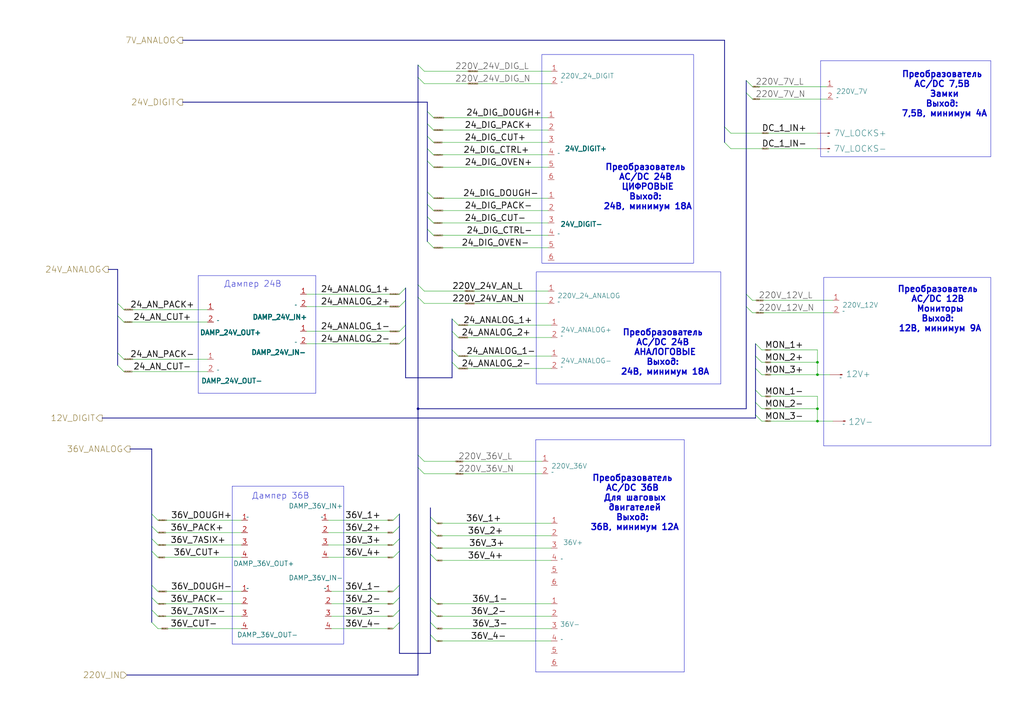
<source format=kicad_sch>
(kicad_sch (version 20231120) (generator "eeschema") (generator_version "8.0")
  (paper "A3")
  (lib_symbols
    (symbol "Connector:Conn_01x01_Pin_(WIDE)" (pin_numbers hide) (pin_names (offset 1.016) hide)
      (property "Reference" "J" (at 0.254 6.604 0))
      (property "Value" "Conn_01x01_Pin_(WIDE)" (at 0 -2.54 0))
      (symbol "Conn_01x01_Pin_(WIDE)_1_1"
        (polyline (pts (xy 1.27 0) (xy 0.8636 0)) (stroke (width 0.1524)))
        (rectangle (start 0.8636 0.127) (end 0 -0.127) (stroke (width 0.1524)) (fill (type outline)))
        (pin passive line (at 5.08 0 180) (length 3.81) (name "Pin_1") (number "1"))
      )
    )
    (symbol "Connector:Conn_01x02_(wide)"
      (property "Reference" "J" (at 0 0 0))
      (symbol "Conn_01x02_(wide)_1_1"
        (pin input line (at -2.54 -5.08 0) (length 2.54) (name "") (number "1"))
        (pin input line (at -2.54 -10.16 0) (length 2.54) (name "") (number "2"))
      )
    )
    (symbol "Connector:Conn_01x04_(wide)"
      (property "Reference" "J" (at 0 0 0))
      (symbol "Conn_01x04_(wide)_1_1"
        (pin input line (at -2.54 -5.08 0) (length 2.54) (name "") (number "1"))
        (pin input line (at -2.54 -10.16 0) (length 2.54) (name "") (number "2"))
        (pin input line (at -2.54 -15.24 0) (length 2.54) (name "") (number "3"))
        (pin input line (at -2.54 -20.32 0) (length 2.54) (name "") (number "4"))
      )
    )
    (symbol "Connector:Conn_01x06_(wide)"
      (property "Reference" "J" (at 0 0 0))
      (symbol "Conn_01x06_(wide)_1_1"
        (pin input line (at -2.54 -5.08 0) (length 2.54) (name "") (number "1"))
        (pin input line (at -2.54 -10.16 0) (length 2.54) (name "") (number "2"))
        (pin input line (at -2.54 -15.24 0) (length 2.54) (name "") (number "3"))
        (pin input line (at -2.54 -20.32 0) (length 2.54) (name "") (number "4"))
        (pin input line (at -2.54 -25.4 0) (length 2.54) (name "") (number "5"))
        (pin input line (at -2.54 -30.48 0) (length 2.54) (name "") (number "6"))
      )
    )
  )
  (junction (at 335.28 153.67))
  (junction (at 335.28 167.64))
  (junction (at 335.28 172.72))
  (junction (at 171.45 167.64))
  (junction (at 335.28 148.59))
  (bus_entry (at 163.83 240.03) (size -2.54 2.54))
  (bus_entry (at 171.45 121.92) (size 2.54 2.54))
  (bus_entry (at 297.18 58.42) (size 2.54 2.54))
  (bus_entry (at 175.26 99.06) (size 2.54 2.54))
  (bus_entry (at 48.26 124.46) (size 2.54 2.54))
  (bus_entry (at 306.07 33.02) (size 2.54 2.54))
  (bus_entry (at 176.53 255.27) (size 2.54 2.54))
  (bus_entry (at 175.26 60.96) (size 2.54 2.54))
  (bus_entry (at 175.26 50.8) (size 2.54 2.54))
  (bus_entry (at 175.26 93.98) (size 2.54 2.54))
  (bus_entry (at 297.18 52.07) (size 2.54 2.54))
  (bus_entry (at 175.26 45.72) (size 2.54 2.54))
  (bus_entry (at 309.88 151.13) (size 2.54 2.54))
  (bus_entry (at 163.83 245.11) (size -2.54 2.54))
  (bus_entry (at 163.83 226.06) (size -2.54 2.54))
  (bus_entry (at 309.88 140.97) (size 2.54 2.54))
  (bus_entry (at 171.45 116.84) (size 2.54 2.54))
  (bus_entry (at 185.42 130.81) (size 2.54 2.54))
  (bus_entry (at 176.53 250.19) (size 2.54 2.54))
  (bus_entry (at 62.23 226.06) (size 2.54 2.54))
  (bus_entry (at 166.37 138.43) (size -2.54 2.54))
  (bus_entry (at 62.23 220.98) (size 2.54 2.54))
  (bus_entry (at 163.83 250.19) (size -2.54 2.54))
  (bus_entry (at 185.42 148.59) (size 2.54 2.54))
  (bus_entry (at 62.23 245.11) (size 2.54 2.54))
  (bus_entry (at 176.53 227.33) (size 2.54 2.54))
  (bus_entry (at 176.53 245.11) (size 2.54 2.54))
  (bus_entry (at 163.83 215.9) (size -2.54 2.54))
  (bus_entry (at 175.26 88.9) (size 2.54 2.54))
  (bus_entry (at 171.45 191.77) (size 2.54 2.54))
  (bus_entry (at 176.53 260.35) (size 2.54 2.54))
  (bus_entry (at 171.45 186.69) (size 2.54 2.54))
  (bus_entry (at 62.23 250.19) (size 2.54 2.54))
  (bus_entry (at 166.37 133.35) (size -2.54 2.54))
  (bus_entry (at 171.45 31.75) (size 2.54 2.54))
  (bus_entry (at 166.37 118.11) (size -2.54 2.54))
  (bus_entry (at 309.88 170.18) (size 2.54 2.54))
  (bus_entry (at 163.83 255.27) (size -2.54 2.54))
  (bus_entry (at 176.53 212.09) (size 2.54 2.54))
  (bus_entry (at 309.88 146.05) (size 2.54 2.54))
  (bus_entry (at 306.07 38.1) (size 2.54 2.54))
  (bus_entry (at 171.45 26.67) (size 2.54 2.54))
  (bus_entry (at 175.26 83.82) (size 2.54 2.54))
  (bus_entry (at 306.07 125.73) (size 2.54 2.54))
  (bus_entry (at 163.83 220.98) (size -2.54 2.54))
  (bus_entry (at 309.88 160.02) (size 2.54 2.54))
  (bus_entry (at 309.88 165.1) (size 2.54 2.54))
  (bus_entry (at 175.26 55.88) (size 2.54 2.54))
  (bus_entry (at 166.37 123.19) (size -2.54 2.54))
  (bus_entry (at 48.26 129.54) (size 2.54 2.54))
  (bus_entry (at 62.23 215.9) (size 2.54 2.54))
  (bus_entry (at 176.53 217.17) (size 2.54 2.54))
  (bus_entry (at 175.26 66.04) (size 2.54 2.54))
  (bus_entry (at 48.26 144.78) (size 2.54 2.54))
  (bus_entry (at 306.07 120.65) (size 2.54 2.54))
  (bus_entry (at 62.23 255.27) (size 2.54 2.54))
  (bus_entry (at 163.83 210.82) (size -2.54 2.54))
  (bus_entry (at 62.23 210.82) (size 2.54 2.54))
  (bus_entry (at 185.42 135.89) (size 2.54 2.54))
  (bus_entry (at 48.26 149.86) (size 2.54 2.54))
  (bus_entry (at 62.23 240.03) (size 2.54 2.54))
  (bus_entry (at 175.26 78.74) (size 2.54 2.54))
  (bus_entry (at 176.53 222.25) (size 2.54 2.54))
  (bus_entry (at 185.42 143.51) (size 2.54 2.54))
  (wire (pts (xy 173.99 194.31) (xy 222.25 194.31)))
  (wire (pts (xy 187.96 138.43) (xy 226.06 138.43)))
  (wire (pts (xy 179.07 214.63) (xy 226.06 214.63)))
  (bus (pts (xy 171.45 167.64) (xy 306.07 167.64)))
  (wire (pts (xy 335.28 172.72) (xy 341.63 172.72)))
  (bus (pts (xy 163.83 215.9) (xy 163.83 220.98)))
  (wire (pts (xy 134.62 213.36) (xy 161.29 213.36)))
  (bus (pts (xy 175.26 93.98) (xy 175.26 99.06)))
  (wire (pts (xy 64.77 223.52) (xy 99.06 223.52)))
  (bus (pts (xy 48.26 124.46) (xy 48.26 129.54)))
  (bus (pts (xy 171.45 31.75) (xy 171.45 116.84)))
  (wire (pts (xy 173.99 119.38) (xy 224.79 119.38)))
  (wire (pts (xy 173.99 29.21) (xy 226.06 29.21)))
  (bus (pts (xy 171.45 191.77) (xy 171.45 276.86)))
  (bus (pts (xy 185.42 135.89) (xy 185.42 143.51)))
  (bus (pts (xy 176.53 208.28) (xy 176.53 212.09)))
  (wire (pts (xy 187.96 146.05) (xy 226.06 146.05)))
  (wire (pts (xy 335.28 148.59) (xy 335.28 143.51)))
  (wire (pts (xy 173.99 189.23) (xy 222.25 189.23)))
  (bus (pts (xy 163.83 220.98) (xy 163.83 226.06)))
  (bus (pts (xy 306.07 125.73) (xy 306.07 167.64)))
  (bus (pts (xy 166.37 118.11) (xy 166.37 123.19)))
  (wire (pts (xy 64.77 257.81) (xy 99.06 257.81)))
  (bus (pts (xy 163.83 245.11) (xy 163.83 250.19)))
  (wire (pts (xy 299.72 60.96) (xy 335.28 60.96)))
  (wire (pts (xy 135.89 257.81) (xy 161.29 257.81)))
  (bus (pts (xy 297.18 52.07) (xy 297.18 58.42)))
  (wire (pts (xy 308.61 123.19) (xy 341.63 123.19)))
  (wire (pts (xy 50.8 147.32) (xy 85.09 147.32)))
  (bus (pts (xy 166.37 154.94) (xy 185.42 154.94)))
  (wire (pts (xy 64.77 252.73) (xy 99.06 252.73)))
  (wire (pts (xy 177.8 91.44) (xy 224.79 91.44)))
  (bus (pts (xy 176.53 212.09) (xy 176.53 217.17)))
  (bus (pts (xy 74.93 16.51) (xy 297.18 16.51)))
  (bus (pts (xy 48.26 124.46) (xy 48.26 110.49)))
  (bus (pts (xy 62.23 245.11) (xy 62.23 250.19)))
  (bus (pts (xy 53.34 184.15) (xy 62.23 184.15)))
  (wire (pts (xy 125.73 125.73) (xy 163.83 125.73)))
  (bus (pts (xy 176.53 222.25) (xy 176.53 227.33)))
  (wire (pts (xy 335.28 162.56) (xy 312.42 162.56)))
  (bus (pts (xy 176.53 250.19) (xy 176.53 255.27)))
  (wire (pts (xy 64.77 228.6) (xy 99.06 228.6)))
  (bus (pts (xy 62.23 226.06) (xy 62.23 240.03)))
  (wire (pts (xy 179.07 262.89) (xy 226.06 262.89)))
  (bus (pts (xy 175.26 60.96) (xy 175.26 66.04)))
  (bus (pts (xy 166.37 133.35) (xy 166.37 138.43)))
  (wire (pts (xy 64.77 218.44) (xy 99.06 218.44)))
  (bus (pts (xy 185.42 154.94) (xy 185.42 148.59)))
  (bus (pts (xy 185.42 143.51) (xy 185.42 148.59)))
  (wire (pts (xy 335.28 143.51) (xy 312.42 143.51)))
  (bus (pts (xy 309.88 140.97) (xy 309.88 146.05)))
  (bus (pts (xy 163.83 240.03) (xy 163.83 245.11)))
  (wire (pts (xy 308.61 40.64) (xy 339.09 40.64)))
  (wire (pts (xy 179.07 252.73) (xy 226.06 252.73)))
  (wire (pts (xy 134.62 218.44) (xy 161.29 218.44)))
  (bus (pts (xy 74.93 41.91) (xy 175.26 41.91)))
  (wire (pts (xy 308.61 35.56) (xy 339.09 35.56)))
  (wire (pts (xy 335.28 153.67) (xy 335.28 148.59)))
  (bus (pts (xy 175.26 88.9) (xy 175.26 93.98)))
  (bus (pts (xy 175.26 83.82) (xy 175.26 88.9)))
  (wire (pts (xy 308.61 128.27) (xy 341.63 128.27)))
  (bus (pts (xy 175.26 50.8) (xy 175.26 55.88)))
  (bus (pts (xy 163.83 255.27) (xy 163.83 267.97)))
  (bus (pts (xy 306.07 125.73) (xy 306.07 120.65)))
  (wire (pts (xy 125.73 140.97) (xy 163.83 140.97)))
  (bus (pts (xy 48.26 129.54) (xy 48.26 144.78)))
  (bus (pts (xy 297.18 16.51) (xy 297.18 52.07)))
  (wire (pts (xy 177.8 81.28) (xy 224.79 81.28)))
  (bus (pts (xy 176.53 217.17) (xy 176.53 222.25)))
  (wire (pts (xy 135.89 247.65) (xy 161.29 247.65)))
  (bus (pts (xy 185.42 130.81) (xy 185.42 135.89)))
  (wire (pts (xy 64.77 213.36) (xy 99.06 213.36)))
  (wire (pts (xy 125.73 120.65) (xy 163.83 120.65)))
  (bus (pts (xy 309.88 160.02) (xy 309.88 165.1)))
  (bus (pts (xy 175.26 45.72) (xy 175.26 50.8)))
  (wire (pts (xy 312.42 153.67) (xy 335.28 153.67)))
  (wire (pts (xy 50.8 127) (xy 85.09 127)))
  (wire (pts (xy 224.79 124.46) (xy 173.99 124.46)))
  (bus (pts (xy 175.26 41.91) (xy 175.26 45.72)))
  (wire (pts (xy 179.07 229.87) (xy 226.06 229.87)))
  (bus (pts (xy 166.37 123.19) (xy 166.37 133.35)))
  (wire (pts (xy 125.73 135.89) (xy 163.83 135.89)))
  (wire (pts (xy 177.8 86.36) (xy 224.79 86.36)))
  (bus (pts (xy 176.53 267.97) (xy 176.53 260.35)))
  (wire (pts (xy 312.42 148.59) (xy 335.28 148.59)))
  (wire (pts (xy 179.07 224.79) (xy 226.06 224.79)))
  (bus (pts (xy 163.83 250.19) (xy 163.83 255.27)))
  (bus (pts (xy 171.45 167.64) (xy 171.45 186.69)))
  (wire (pts (xy 177.8 63.5) (xy 224.79 63.5)))
  (bus (pts (xy 176.53 255.27) (xy 176.53 260.35)))
  (bus (pts (xy 176.53 227.33) (xy 176.53 245.11)))
  (wire (pts (xy 179.07 219.71) (xy 226.06 219.71)))
  (wire (pts (xy 177.8 68.58) (xy 224.79 68.58)))
  (bus (pts (xy 306.07 33.02) (xy 306.07 38.1)))
  (bus (pts (xy 163.83 267.97) (xy 176.53 267.97)))
  (bus (pts (xy 166.37 138.43) (xy 166.37 154.94)))
  (wire (pts (xy 134.62 228.6) (xy 161.29 228.6)))
  (wire (pts (xy 187.96 133.35) (xy 226.06 133.35)))
  (bus (pts (xy 171.45 116.84) (xy 171.45 121.92)))
  (bus (pts (xy 175.26 66.04) (xy 175.26 78.74)))
  (wire (pts (xy 312.42 172.72) (xy 335.28 172.72)))
  (bus (pts (xy 163.83 210.82) (xy 163.83 215.9)))
  (bus (pts (xy 62.23 250.19) (xy 62.23 255.27)))
  (bus (pts (xy 44.45 110.49) (xy 48.26 110.49)))
  (wire (pts (xy 312.42 167.64) (xy 335.28 167.64)))
  (bus (pts (xy 62.23 215.9) (xy 62.23 220.98)))
  (wire (pts (xy 299.72 54.61) (xy 335.28 54.61)))
  (bus (pts (xy 176.53 245.11) (xy 176.53 250.19)))
  (wire (pts (xy 177.8 48.26) (xy 224.79 48.26)))
  (bus (pts (xy 309.88 160.02) (xy 309.88 151.13)))
  (bus (pts (xy 62.23 240.03) (xy 62.23 245.11)))
  (wire (pts (xy 135.89 242.57) (xy 161.29 242.57)))
  (bus (pts (xy 62.23 215.9) (xy 62.23 210.82)))
  (wire (pts (xy 335.28 172.72) (xy 335.28 167.64)))
  (wire (pts (xy 335.28 167.64) (xy 335.28 162.56)))
  (bus (pts (xy 171.45 276.86) (xy 52.07 276.86)))
  (wire (pts (xy 135.89 252.73) (xy 161.29 252.73)))
  (bus (pts (xy 306.07 38.1) (xy 306.07 120.65)))
  (bus (pts (xy 171.45 26.67) (xy 171.45 31.75)))
  (bus (pts (xy 175.26 78.74) (xy 175.26 83.82)))
  (bus (pts (xy 309.88 151.13) (xy 309.88 146.05)))
  (wire (pts (xy 179.07 247.65) (xy 226.06 247.65)))
  (wire (pts (xy 335.28 153.67) (xy 340.36 153.67)))
  (wire (pts (xy 177.8 53.34) (xy 224.79 53.34)))
  (bus (pts (xy 171.45 186.69) (xy 171.45 191.77)))
  (bus (pts (xy 309.88 170.18) (xy 309.88 165.1)))
  (wire (pts (xy 134.62 223.52) (xy 161.29 223.52)))
  (bus (pts (xy 175.26 55.88) (xy 175.26 60.96)))
  (wire (pts (xy 173.99 34.29) (xy 226.06 34.29)))
  (bus (pts (xy 41.91 171.45) (xy 309.88 171.45)))
  (wire (pts (xy 64.77 247.65) (xy 99.06 247.65)))
  (bus (pts (xy 62.23 210.82) (xy 62.23 184.15)))
  (wire (pts (xy 179.07 257.81) (xy 226.06 257.81)))
  (bus (pts (xy 171.45 121.92) (xy 171.45 167.64)))
  (wire (pts (xy 187.96 151.13) (xy 226.06 151.13)))
  (bus (pts (xy 62.23 220.98) (xy 62.23 226.06)))
  (wire (pts (xy 64.77 242.57) (xy 99.06 242.57)))
  (wire (pts (xy 177.8 96.52) (xy 224.79 96.52)))
  (wire (pts (xy 50.8 132.08) (xy 85.09 132.08)))
  (wire (pts (xy 50.8 152.4) (xy 85.09 152.4)))
  (bus (pts (xy 48.26 144.78) (xy 48.26 149.86)))
  (wire (pts (xy 177.8 58.42) (xy 224.79 58.42)))
  (bus (pts (xy 309.88 171.45) (xy 309.88 170.18)))
  (bus (pts (xy 163.83 226.06) (xy 163.83 240.03)))
  (wire (pts (xy 177.8 101.6) (xy 224.79 101.6)))
  (rectangle (start 81.28 113.03) (end 129.54 161.29))
  (rectangle (start 219.964 111.506) (end 295.656 157.48))
  (rectangle (start 222.25 22.352) (end 284.48 107.95))
  (rectangle (start 336.55 24.892) (end 406.4 64.262))
  (rectangle (start 219.71 180.34) (end 280.67 275.59))
  (rectangle (start 95.25 199.39) (end 140.97 264.16))
  (rectangle (start 337.82 113.792) (end 406.4 182.88))
  (text "Преобразователь \nAC/DC 24В \nЦИФРОВЫЕ\nВыход: \n24В, минимум 18А" (at 265.684 76.708 0) (effects (font (size 2.5 2.5) (thickness 0.5) (bold yes))))
  (text "Дампер 24В" (at 103.632 116.586 0) (effects (font (size 2.5 2.5))))
  (text "Преобразователь \nAC/DC 7,5В \nЗамки\nВыход: \n7,5В, минимум 4А" (at 387.35 38.608 0) (effects (font (size 2.5 2.5) (thickness 0.5) (bold yes))))
  (text "Дампер 36В" (at 115.062 203.454 0) (effects (font (size 2.5 2.5))))
  (text "Преобразователь \nAC/DC 12В \nМониторы\nВыход: \n12В, минимум 9А" (at 385.572 126.746 0) (effects (font (size 2.5 2.5) (thickness 0.5) (bold yes))))
  (text "Преобразователь \nAC/DC 24В \nАНАЛОГОВЫЕ\nВыход: \n24В, минимум 18А" (at 272.796 144.526 0) (effects (font (size 2.5 2.5) (thickness 0.5) (bold yes))))
  (text "Преобразователь \nAC/DC 36В \nДля шаговых\nдвигателей\nВыход: \n36В, минимум 12А" (at 260.35 206.248 0) (effects (font (size 2.5 2.5) (thickness 0.5) (bold yes))))
  (label "24_DIG_PACK+" (at 190.5 53.34 0) (effects (font (size 2.5 2.5) (thickness 0.3125))))
  (label "36V_2-" (at 156.21 247.65 180) (effects (font (size 2.5 2.5) (thickness 0.3125))))
  (label "24_DIG_OVEN-" (at 217.17 101.6 180) (effects (font (size 2.5 2.5) (thickness 0.3125))))
  (label "36V_DOUGH-" (at 95.25 242.57 180) (effects (font (size 2.5 2.5) (thickness 0.3125))))
  (label "220V_24V_AN_N" (at 185.42 124.46 0) (effects (font (size 2.5 2.5) (thickness 0.3125))))
  (label "220V_36V_N" (at 187.96 194.31 0) (effects (font (size 2.5 2.5))))
  (label "220V_24V_DIG_L" (at 186.69 29.21 0) (effects (font (size 2.5 2.5))))
  (label "220V_7V_L" (at 309.88 35.56 0) (effects (font (size 2.5 2.5))))
  (label "24_ANALOG_2+" (at 189.23 138.43 0) (effects (font (size 2.5 2.5) (thickness 0.3125))))
  (label "36V_3+" (at 156.21 223.52 180) (effects (font (size 2.5 2.5) (thickness 0.3125))))
  (label "36V_PACK+" (at 69.85 218.44 0) (effects (font (size 2.5 2.5) (thickness 0.3125))))
  (label "36V_2-" (at 193.04 252.73 0) (effects (font (size 2.5 2.5) (thickness 0.3125))))
  (label "24_DIG_CTRL+" (at 217.17 63.5 180) (effects (font (size 2.5 2.5) (thickness 0.3125))))
  (label "36V_1-" (at 208.28 247.65 180) (effects (font (size 2.5 2.5) (thickness 0.3125))))
  (label "36V_3-" (at 208.28 257.81 180) (effects (font (size 2.5 2.5) (thickness 0.3125))))
  (label "24_DIG_CUT+" (at 190.5 58.42 0) (effects (font (size 2.5 2.5) (thickness 0.3125))))
  (label "MON_3-" (at 313.69 172.72 0) (effects (font (size 2.5 2.5) (thickness 0.3125))))
  (label "220V_7V_N" (at 309.88 40.64 0) (effects (font (size 2.5 2.5))))
  (label "24_AN_PACK+" (at 53.34 127 0) (effects (font (size 2.5 2.5) (thickness 0.3125))))
  (label "24_ANALOG_1+" (at 160.02 120.65 180) (effects (font (size 2.5 2.5) (thickness 0.3125))))
  (label "36V_4+" (at 191.77 229.87 0) (effects (font (size 2.5 2.5) (thickness 0.3125))))
  (label "24_ANALOG_2-" (at 189.23 151.13 0) (effects (font (size 2.5 2.5) (thickness 0.3125))))
  (label "36V_4-" (at 156.21 257.81 180) (effects (font (size 2.5 2.5) (thickness 0.3125))))
  (label "24_DIG_DOUGH+" (at 222.25 48.26 180) (effects (font (size 2.5 2.5) (thickness 0.3125))))
  (label "24_AN_CUT-" (at 54.61 152.4 0) (effects (font (size 2.5 2.5) (thickness 0.3125))))
  (label "36V_CUT-" (at 69.85 257.81 0) (effects (font (size 2.5 2.5) (thickness 0.3125))))
  (label "36V_4+" (at 156.21 228.6 180) (effects (font (size 2.5 2.5) (thickness 0.3125))))
  (label "DC_1_IN-" (at 312.42 60.96 0) (effects (font (size 2.5 2.5) (thickness 0.3125))))
  (label "24_DIG_CTRL-" (at 218.44 96.52 180) (effects (font (size 2.5 2.5) (thickness 0.3125))))
  (label "24_DIG_OVEN+" (at 218.44 68.58 180) (effects (font (size 2.5 2.5) (thickness 0.3125))))
  (label "36V_7ASIX-" (at 69.85 252.73 0) (effects (font (size 2.5 2.5) (thickness 0.3125))))
  (label "36V_3+" (at 207.01 224.79 180) (effects (font (size 2.5 2.5) (thickness 0.3125))))
  (label "24_ANALOG_1+" (at 218.44 133.35 180) (effects (font (size 2.5 2.5) (thickness 0.3125))))
  (label "36V_2+" (at 156.21 218.44 180) (effects (font (size 2.5 2.5) (thickness 0.3125))))
  (label "220V_36V_L" (at 187.96 189.23 0) (effects (font (size 2.5 2.5))))
  (label "MON_1+" (at 313.69 143.51 0) (effects (font (size 2.5 2.5) (thickness 0.3125))))
  (label "24_DIG_CUT-" (at 190.5 91.44 0) (effects (font (size 2.5 2.5) (thickness 0.3125))))
  (label "220V_12V_N" (at 311.15 128.27 0) (effects (font (size 2.5 2.5))))
  (label "36V_2+" (at 191.77 219.71 0) (effects (font (size 2.5 2.5) (thickness 0.3125))))
  (label "36V_4-" (at 193.04 262.89 0) (effects (font (size 2.5 2.5) (thickness 0.3125))))
  (label "24_ANALOG_2-" (at 160.02 140.97 180) (effects (font (size 2.5 2.5) (thickness 0.3125))))
  (label "36V_DOUGH+" (at 95.25 213.36 180) (effects (font (size 2.5 2.5) (thickness 0.3125))))
  (label "24_DIG_DOUGH-" (at 220.98 81.28 180) (effects (font (size 2.5 2.5) (thickness 0.3125))))
  (label "36V_1+" (at 205.74 214.63 180) (effects (font (size 2.5 2.5) (thickness 0.3125))))
  (label "24_AN_CUT+" (at 54.61 132.08 0) (effects (font (size 2.5 2.5) (thickness 0.3125))))
  (label "24_AN_PACK-" (at 53.34 147.32 0) (effects (font (size 2.5 2.5) (thickness 0.3125))))
  (label "36V_3-" (at 156.21 252.73 180) (effects (font (size 2.5 2.5) (thickness 0.3125))))
  (label "24_DIG_PACK-" (at 190.5 86.36 0) (effects (font (size 2.5 2.5) (thickness 0.3125))))
  (label "36V_7ASIX+" (at 69.85 223.52 0) (effects (font (size 2.5 2.5) (thickness 0.3125))))
  (label "220V_12V_L" (at 311.15 123.19 0) (effects (font (size 2.5 2.5))))
  (label "220V_24V_DIG_N" (at 186.69 34.29 0) (effects (font (size 2.5 2.5))))
  (label "36V_1+" (at 156.21 213.36 180) (effects (font (size 2.5 2.5) (thickness 0.3125))))
  (label "36V_CUT+" (at 71.12 228.6 0) (effects (font (size 2.5 2.5) (thickness 0.3125))))
  (label "36V_PACK-" (at 69.85 247.65 0) (effects (font (size 2.5 2.5) (thickness 0.3125))))
  (label "24_ANALOG_2+" (at 160.02 125.73 180) (effects (font (size 2.5 2.5) (thickness 0.3125))))
  (label "MON_3+" (at 313.69 153.67 0) (effects (font (size 2.5 2.5) (thickness 0.3125))))
  (label "MON_2-" (at 313.69 167.64 0) (effects (font (size 2.5 2.5) (thickness 0.3125))))
  (label "24_ANALOG_1-" (at 219.71 146.05 180) (effects (font (size 2.5 2.5) (thickness 0.3125))))
  (label "MON_1-" (at 313.69 162.56 0) (effects (font (size 2.5 2.5) (thickness 0.3125))))
  (label "24_ANALOG_1-" (at 160.02 135.89 180) (effects (font (size 2.5 2.5) (thickness 0.3125))))
  (label "DC_1_IN+" (at 312.42 54.61 0) (effects (font (size 2.5 2.5) (thickness 0.3125))))
  (label "MON_2+" (at 313.69 148.59 0) (effects (font (size 2.5 2.5) (thickness 0.3125))))
  (label "220V_24V_AN_L" (at 185.42 119.38 0) (effects (font (size 2.5 2.5) (thickness 0.3125))))
  (label "36V_1-" (at 156.21 242.57 180) (effects (font (size 2.5 2.5) (thickness 0.3125))))
  (global_label "36V_1-" (shape input) (at 179.07 247.65 0) (effects (font (size 0.3 0.3))) (property "Intersheetrefs" "${INTERSHEET_REFS}" (effects (hide yes))))
  (global_label "220V_12V_L" (shape input) (at 309.88 123.19 0) (effects (font (size 0.3 0.3))) (property "Intersheetrefs" "${INTERSHEET_REFS}" (effects (hide yes))))
  (global_label "24_ANALOG_1+" (shape input) (at 163.83 120.65 180) (effects (font (size 0.3 0.3))) (property "Intersheetrefs" "${INTERSHEET_REFS}" (effects (hide yes))))
  (global_label "220V_12V_N" (shape input) (at 309.88 128.27 0) (effects (font (size 0.3 0.3))) (property "Intersheetrefs" "${INTERSHEET_REFS}" (effects (hide yes))))
  (global_label "MON_2-" (shape input) (at 313.69 167.64 0) (effects (font (size 0.3 0.3))) (property "Intersheetrefs" "${INTERSHEET_REFS}" (effects (hide yes))))
  (global_label "24_DIG_OVEN-" (shape input) (at 177.8 101.6 0) (effects (font (size 0.3 0.3))) (property "Intersheetrefs" "${INTERSHEET_REFS}" (effects (hide yes))))
  (global_label "36V_PACK+" (shape input) (at 64.77 218.44 0) (effects (font (size 0.3 0.3))) (property "Intersheetrefs" "${INTERSHEET_REFS}" (effects (hide yes))))
  (global_label "24_AN_CUT-" (shape input) (at 50.8 152.4 0) (effects (font (size 0.3 0.3))) (property "Intersheetrefs" "${INTERSHEET_REFS}" (effects (hide yes))))
  (global_label "24_ANALOG_2+" (shape input) (at 187.96 138.43 0) (effects (font (size 0.3 0.3))) (property "Intersheetrefs" "${INTERSHEET_REFS}" (effects (hide yes))))
  (global_label "220V_36V_N" (shape input) (at 186.69 194.31 0) (effects (font (size 0.3 0.3))) (property "Intersheetrefs" "${INTERSHEET_REFS}" (effects (hide yes))))
  (global_label "36V_7ASIX+" (shape input) (at 64.77 223.52 0) (effects (font (size 0.3 0.3))) (property "Intersheetrefs" "${INTERSHEET_REFS}" (effects (hide yes))))
  (global_label "220V_7V_L" (shape input) (at 308.61 35.56 0) (effects (font (size 0.3 0.3))) (property "Intersheetrefs" "${INTERSHEET_REFS}" (effects (hide yes))))
  (global_label "220V_24V_DIG_L" (shape input) (at 191.77 29.21 0) (effects (font (size 0.3 0.3))) (property "Intersheetrefs" "${INTERSHEET_REFS}" (effects (hide yes))))
  (global_label "24_AN_PACK-" (shape input) (at 50.8 147.32 0) (effects (font (size 0.3 0.3))) (property "Intersheetrefs" "${INTERSHEET_REFS}" (effects (hide yes))))
  (global_label "36V_3-" (shape input) (at 179.07 257.81 0) (effects (font (size 0.3 0.3))) (property "Intersheetrefs" "${INTERSHEET_REFS}" (effects (hide yes))))
  (global_label "36V_4+" (shape input) (at 179.07 229.87 0) (effects (font (size 0.3 0.3))) (property "Intersheetrefs" "${INTERSHEET_REFS}" (effects (hide yes))))
  (global_label "36V_DOUGH-" (shape input) (at 64.77 242.57 0) (effects (font (size 0.3 0.3))) (property "Intersheetrefs" "${INTERSHEET_REFS}" (effects (hide yes))))
  (global_label "220V_24V_DIG_N" (shape input) (at 191.77 34.29 0) (effects (font (size 0.3 0.3))) (property "Intersheetrefs" "${INTERSHEET_REFS}" (effects (hide yes))))
  (global_label "36V_7ASIX-" (shape input) (at 64.77 252.73 0) (effects (font (size 0.3 0.3))) (property "Intersheetrefs" "${INTERSHEET_REFS}" (effects (hide yes))))
  (global_label "36V_3-" (shape input) (at 161.29 252.73 180) (effects (font (size 0.3 0.3))) (property "Intersheetrefs" "${INTERSHEET_REFS}" (effects (hide yes))))
  (global_label "MON_1+" (shape input) (at 313.69 143.51 0) (effects (font (size 0.3 0.3))) (property "Intersheetrefs" "${INTERSHEET_REFS}" (effects (hide yes))))
  (global_label "24_DIG_CUT-" (shape input) (at 177.8 91.44 0) (effects (font (size 0.3 0.3))) (property "Intersheetrefs" "${INTERSHEET_REFS}" (effects (hide yes))))
  (global_label "36V_1+" (shape input) (at 161.29 213.36 180) (effects (font (size 0.3 0.3))) (property "Intersheetrefs" "${INTERSHEET_REFS}" (effects (hide yes))))
  (global_label "24_DIG_CTRL+" (shape input) (at 177.8 63.5 0) (effects (font (size 0.3 0.3))) (property "Intersheetrefs" "${INTERSHEET_REFS}" (effects (hide yes))))
  (global_label "24_DIG_DOUGH+" (shape input) (at 177.8 48.26 0) (effects (font (size 0.3 0.3))) (property "Intersheetrefs" "${INTERSHEET_REFS}" (effects (hide yes))))
  (global_label "36V_1+" (shape input) (at 179.07 214.63 0) (effects (font (size 0.3 0.3))) (property "Intersheetrefs" "${INTERSHEET_REFS}" (effects (hide yes))))
  (global_label "36V_4-" (shape input) (at 179.07 262.89 0) (effects (font (size 0.3 0.3))) (property "Intersheetrefs" "${INTERSHEET_REFS}" (effects (hide yes))))
  (global_label "36V_PACK-" (shape input) (at 64.77 247.65 0) (effects (font (size 0.3 0.3))) (property "Intersheetrefs" "${INTERSHEET_REFS}" (effects (hide yes))))
  (global_label "DC_1_IN+" (shape input) (at 312.42 54.61 0) (effects (font (size 0.3 0.3))) (property "Intersheetrefs" "${INTERSHEET_REFS}" (effects (hide yes))))
  (global_label "MON_1-" (shape input) (at 313.69 162.56 0) (effects (font (size 0.3 0.3))) (property "Intersheetrefs" "${INTERSHEET_REFS}" (effects (hide yes))))
  (global_label "24_ANALOG_1-" (shape input) (at 187.96 146.05 0) (effects (font (size 0.3 0.3))) (property "Intersheetrefs" "${INTERSHEET_REFS}" (effects (hide yes))))
  (global_label "DC_1_IN-" (shape input) (at 312.42 60.96 0) (effects (font (size 0.3 0.3))) (property "Intersheetrefs" "${INTERSHEET_REFS}" (effects (hide yes))))
  (global_label "24_DIG_OVEN+" (shape input) (at 177.8 68.58 0) (effects (font (size 0.3 0.3))) (property "Intersheetrefs" "${INTERSHEET_REFS}" (effects (hide yes))))
  (global_label "24_DIG_PACK-" (shape input) (at 177.8 86.36 0) (effects (font (size 0.3 0.3))) (property "Intersheetrefs" "${INTERSHEET_REFS}" (effects (hide yes))))
  (global_label "36V_3+" (shape input) (at 161.29 223.52 180) (effects (font (size 0.3 0.3))) (property "Intersheetrefs" "${INTERSHEET_REFS}" (effects (hide yes))))
  (global_label "24_DIG_CUT+" (shape input) (at 177.8 58.42 0) (effects (font (size 0.3 0.3))) (property "Intersheetrefs" "${INTERSHEET_REFS}" (effects (hide yes))))
  (global_label "24_AN_PACK+" (shape input) (at 50.8 127 0) (effects (font (size 0.3 0.3))) (property "Intersheetrefs" "${INTERSHEET_REFS}" (effects (hide yes))))
  (global_label "24_ANALOG_2-" (shape input) (at 187.96 151.13 0) (effects (font (size 0.3 0.3))) (property "Intersheetrefs" "${INTERSHEET_REFS}" (effects (hide yes))))
  (global_label "MON_2+" (shape input) (at 313.69 148.59 0) (effects (font (size 0.3 0.3))) (property "Intersheetrefs" "${INTERSHEET_REFS}" (effects (hide yes))))
  (global_label "36V_DOUGH+" (shape input) (at 64.77 213.36 0) (effects (font (size 0.3 0.3))) (property "Intersheetrefs" "${INTERSHEET_REFS}" (effects (hide yes))))
  (global_label "36V_CUT-" (shape input) (at 66.04 257.81 0) (effects (font (size 0.3 0.3))) (property "Intersheetrefs" "${INTERSHEET_REFS}" (effects (hide yes))))
  (global_label "24_DIG_CTRL-" (shape input) (at 177.8 96.52 0) (effects (font (size 0.3 0.3))) (property "Intersheetrefs" "${INTERSHEET_REFS}" (effects (hide yes))))
  (global_label "36V_4+" (shape input) (at 161.29 228.6 180) (effects (font (size 0.3 0.3))) (property "Intersheetrefs" "${INTERSHEET_REFS}" (effects (hide yes))))
  (global_label "220V_24V_AN_N" (shape input) (at 190.5 124.46 0) (effects (font (size 0.3 0.3))) (property "Intersheetrefs" "${INTERSHEET_REFS}" (effects (hide yes))))
  (global_label "MON_3-" (shape input) (at 313.69 172.72 0) (effects (font (size 0.3 0.3))) (property "Intersheetrefs" "${INTERSHEET_REFS}" (effects (hide yes))))
  (global_label "220V_24V_AN_L" (shape input) (at 190.5 119.38 0) (effects (font (size 0.3 0.3))) (property "Intersheetrefs" "${INTERSHEET_REFS}" (effects (hide yes))))
  (global_label "36V_2-" (shape input) (at 179.07 252.73 0) (effects (font (size 0.3 0.3))) (property "Intersheetrefs" "${INTERSHEET_REFS}" (effects (hide yes))))
  (global_label "220V_36V_L" (shape input) (at 186.69 189.23 0) (effects (font (size 0.3 0.3))) (property "Intersheetrefs" "${INTERSHEET_REFS}" (effects (hide yes))))
  (global_label "24_DIG_DOUGH-" (shape input) (at 177.8 81.28 0) (effects (font (size 0.3 0.3))) (property "Intersheetrefs" "${INTERSHEET_REFS}" (effects (hide yes))))
  (global_label "24_AN_CUT+" (shape input) (at 50.8 132.08 0) (effects (font (size 0.3 0.3))) (property "Intersheetrefs" "${INTERSHEET_REFS}" (effects (hide yes))))
  (global_label "24_DIG_PACK+" (shape input) (at 177.8 53.34 0) (effects (font (size 0.3 0.3))) (property "Intersheetrefs" "${INTERSHEET_REFS}" (effects (hide yes))))
  (global_label "36V_CUT+" (shape input) (at 64.77 228.6 0) (effects (font (size 0.3 0.3))) (property "Intersheetrefs" "${INTERSHEET_REFS}" (effects (hide yes))))
  (global_label "220V_7V_N" (shape input) (at 308.61 40.64 0) (effects (font (size 0.3 0.3))) (property "Intersheetrefs" "${INTERSHEET_REFS}" (effects (hide yes))))
  (global_label "36V_2+" (shape input) (at 179.07 219.71 0) (effects (font (size 0.3 0.3))) (property "Intersheetrefs" "${INTERSHEET_REFS}" (effects (hide yes))))
  (global_label "36V_1-" (shape input) (at 161.29 242.57 180) (effects (font (size 0.3 0.3))) (property "Intersheetrefs" "${INTERSHEET_REFS}" (effects (hide yes))))
  (global_label "24_ANALOG_1-" (shape input) (at 163.83 135.89 180) (effects (font (size 0.3 0.3))) (property "Intersheetrefs" "${INTERSHEET_REFS}" (effects (hide yes))))
  (global_label "36V_3+" (shape input) (at 179.07 224.79 0) (effects (font (size 0.3 0.3))) (property "Intersheetrefs" "${INTERSHEET_REFS}" (effects (hide yes))))
  (global_label "36V_4-" (shape input) (at 161.29 257.81 180) (effects (font (size 0.3 0.3))) (property "Intersheetrefs" "${INTERSHEET_REFS}" (effects (hide yes))))
  (global_label "36V_2-" (shape input) (at 161.29 247.65 180) (effects (font (size 0.3 0.3))) (property "Intersheetrefs" "${INTERSHEET_REFS}" (effects (hide yes))))
  (global_label "36V_2+" (shape input) (at 161.29 218.44 180) (effects (font (size 0.3 0.3))) (property "Intersheetrefs" "${INTERSHEET_REFS}" (effects (hide yes))))
  (global_label "MON_3+" (shape input) (at 313.69 153.67 0) (effects (font (size 0.3 0.3))) (property "Intersheetrefs" "${INTERSHEET_REFS}" (effects (hide yes))))
  (global_label "24_ANALOG_2-" (shape input) (at 163.83 140.97 180) (effects (font (size 0.3 0.3))) (property "Intersheetrefs" "${INTERSHEET_REFS}" (effects (hide yes))))
  (global_label "24_ANALOG_2+" (shape input) (at 163.83 125.73 180) (effects (font (size 0.3 0.3))) (property "Intersheetrefs" "${INTERSHEET_REFS}" (effects (hide yes))))
  (global_label "24_ANALOG_1+" (shape input) (at 187.96 133.35 0) (effects (font (size 0.3 0.3))) (property "Intersheetrefs" "${INTERSHEET_REFS}" (effects (hide yes))))
  (hierarchical_label "7V_ANALOG" (shape output) (at 74.93 16.51 180) (effects (font (size 2.5 2.5))))
  (hierarchical_label "220V_IN" (shape input) (at 52.07 276.86 180) (effects (font (size 2.5 2.5))))
  (hierarchical_label "12V_DIGIT" (shape output) (at 41.91 171.45 180) (effects (font (size 2.5 2.5))))
  (hierarchical_label "24V_ANALOG" (shape output) (at 44.45 110.49 180) (effects (font (size 2.5 2.5))))
  (hierarchical_label "36V_ANALOG" (shape output) (at 53.34 184.15 180) (effects (font (size 2.5 2.5))))
  (hierarchical_label "24V_DIGIT" (shape output) (at 74.93 41.91 180) (effects (font (size 2.5 2.5))))
  (symbol (lib_id "Connector:Conn_01x04_(wide)") (at 101.6 208.28 0) (unit 1)
    (property "Reference" "DAMP_36V_OUT+" (at 108.204 231.14 0) (effects (font (size 2 2))))
    (property "Value" "~" (at 101.6 212.09 0))
  )
  (symbol (lib_id "Connector:Conn_01x02_(wide)") (at 87.63 142.24 0) (unit 1)
    (property "Reference" "DAMP_24V_OUT-" (at 82.296 156.21 0) (effects (font (size 2 2) (thickness 0.4) (bold yes)) (justify left)))
    (property "Value" "~" (at 88.9 151.765 0) (effects (justify left)))
  )
  (symbol (lib_id "Connector:Conn_01x06_(wide)") (at 228.6 209.55 0) (unit 1)
    (property "Reference" "36V+" (at 230.886 222.504 0) (effects (font (size 2 2)) (justify left)))
    (property "Value" "~" (at 229.87 229.235 0) (effects (justify left)))
  )
  (symbol (lib_id "Connector:Conn_01x02_(wide)") (at 123.19 115.57 0) (mirror y) (unit 1)
    (property "Reference" "DAMP_24V_IN+" (at 126.238 130.048 0) (effects (font (size 2 2) (thickness 0.4) (bold yes)) (justify left)))
    (property "Value" "~" (at 121.92 125.095 0) (effects (justify left)))
  )
  (symbol (lib_id "Connector:Conn_01x04_(wide)") (at 101.6 237.49 0) (unit 1)
    (property "Reference" "DAMP_36V_OUT-" (at 109.728 260.35 0) (effects (font (size 2 2))))
    (property "Value" "~" (at 101.6 241.3 0))
  )
  (symbol (lib_id "Connector:Conn_01x04_(wide)") (at 133.35 237.49 0) (mirror y) (unit 1)
    (property "Reference" "DAMP_36V_IN-" (at 129.54 236.982 0) (effects (font (size 2 2))))
    (property "Value" "~" (at 133.35 241.3 0))
  )
  (symbol (lib_id "Connector:Conn_01x06_(wide)") (at 228.6 242.57 0) (unit 1)
    (property "Reference" "36V-" (at 229.616 256.032 0) (effects (font (size 2 2)) (justify left)))
    (property "Value" "~" (at 229.87 262.255 0) (effects (justify left)))
  )
  (symbol (lib_id "Connector:Conn_01x01_Pin_(WIDE)") (at 345.44 153.67 0) (mirror y) (unit 1)
    (property "Reference" "12V+" (at 352.044 153.416 0) (effects (font (size 2.5 2.5))))
    (property "Value" "~" (at 344.805 154.94 0))
    (property "Description" "Generic connector, single row, 01x01, script generated" (effects (hide yes)))
  )
  (symbol (lib_id "Connector:Conn_01x02_(wide)") (at 227.33 114.3 0) (unit 1)
    (property "Reference" "220V_24_ANALOG" (at 228.6 121.2849 0) (effects (font (size 2 2)) (justify left)))
    (property "Value" "~" (at 228.6 123.825 0) (effects (justify left)))
  )
  (symbol (lib_id "Connector:Conn_01x01_Pin_(WIDE)") (at 340.36 54.61 0) (mirror y) (unit 1)
    (property "Reference" "7V_LOCKS+" (at 352.806 54.61 0) (effects (font (size 2.5 2.5))))
    (property "Value" "~" (at 339.725 55.88 0))
    (property "Description" "Generic connector, single row, 01x01, script generated" (effects (hide yes)))
  )
  (symbol (lib_id "Connector:Conn_01x01_Pin_(WIDE)") (at 340.36 60.96 0) (mirror y) (unit 1)
    (property "Reference" "7V_LOCKS-" (at 352.806 60.96 0) (effects (font (size 2.5 2.5))))
    (property "Value" "~" (at 339.725 62.23 0))
    (property "Description" "Generic connector, single row, 01x01, script generated" (effects (hide yes)))
  )
  (symbol (lib_id "Connector:Conn_01x02_(wide)") (at 228.6 24.13 0) (unit 1)
    (property "Reference" "220V_24_DIGIT" (at 229.87 31.1149 0) (effects (font (size 2 2)) (justify left)))
    (property "Value" "~" (at 229.87 33.655 0) (effects (justify left)))
  )
  (symbol (lib_id "Connector:Conn_01x02_(wide)") (at 224.79 184.15 0) (unit 1)
    (property "Reference" "220V_36V" (at 226.06 191.1349 0) (effects (font (size 2 2)) (justify left)))
    (property "Value" "~" (at 226.06 193.675 0) (effects (justify left)))
  )
  (symbol (lib_id "Connector:Conn_01x01_Pin_(WIDE)") (at 346.71 172.72 0) (mirror y) (unit 1)
    (property "Reference" "12V-" (at 353.06 172.974 0) (effects (font (size 2.5 2.5))))
    (property "Value" "~" (at 346.075 173.99 0))
    (property "Description" "Generic connector, single row, 01x01, script generated" (effects (hide yes)))
  )
  (symbol (lib_id "Connector:Conn_01x04_(wide)") (at 132.08 208.28 0) (mirror y) (unit 1)
    (property "Reference" "DAMP_36V_IN+" (at 129.54 207.518 0) (effects (font (size 2 2))))
    (property "Value" "~" (at 132.08 212.09 0))
  )
  (symbol (lib_id "Connector:Conn_01x02_(wide)") (at 344.17 118.11 0) (unit 1)
    (property "Reference" "220V_12V" (at 345.44 125.0949 0) (effects (font (size 2 2)) (justify left)))
    (property "Value" "~" (at 345.44 127.635 0) (effects (justify left)))
  )
  (symbol (lib_id "Connector:Conn_01x02_(wide)") (at 123.19 130.81 0) (mirror y) (unit 1)
    (property "Reference" "DAMP_24V_IN-" (at 125.73 144.526 0) (effects (font (size 2 2) (thickness 0.4) (bold yes)) (justify left)))
    (property "Value" "~" (at 121.92 140.335 0) (effects (justify left)))
  )
  (symbol (lib_id "Connector:Conn_01x02_(wide)") (at 341.63 30.48 0) (unit 1)
    (property "Reference" "220V_7V" (at 342.9 37.4649 0) (effects (font (size 2 2)) (justify left)))
    (property "Value" "~" (at 342.9 40.005 0) (effects (justify left)))
  )
  (symbol (lib_id "Connector:Conn_01x06_(wide)") (at 227.33 76.2 0) (unit 1)
    (property "Reference" "24V_DIGIT-" (at 229.616 91.948 0) (effects (font (size 2 2) (thickness 0.4) (bold yes)) (justify left)))
    (property "Value" "~" (at 228.6 95.885 0) (effects (justify left)))
  )
  (symbol (lib_id "Connector:Conn_01x02_(wide)") (at 228.6 128.27 0) (unit 1)
    (property "Reference" "24V_ANALOG+" (at 229.87 135.2549 0) (effects (font (size 2 2)) (justify left)))
    (property "Value" "~" (at 229.87 137.795 0) (effects (justify left)))
  )
  (symbol (lib_id "Connector:Conn_01x06_(wide)") (at 227.33 43.18 0) (unit 1)
    (property "Reference" "24V_DIGIT+" (at 231.394 60.96 0) (effects (font (size 2 2) (thickness 0.4) (bold yes)) (justify left)))
    (property "Value" "~" (at 228.6 62.865 0) (effects (justify left)))
  )
  (symbol (lib_id "Connector:Conn_01x02_(wide)") (at 87.63 121.92 0) (unit 1)
    (property "Reference" "DAMP_24V_OUT+" (at 81.788 136.398 0) (effects (font (size 2 2) (thickness 0.4) (bold yes)) (justify left)))
    (property "Value" "~" (at 88.9 131.445 0) (effects (justify left)))
  )
  (symbol (lib_id "Connector:Conn_01x02_(wide)") (at 228.6 140.97 0) (unit 1)
    (property "Reference" "24V_ANALOG-" (at 229.87 147.9549 0) (effects (font (size 2 2)) (justify left)))
    (property "Value" "~" (at 229.87 150.495 0) (effects (justify left)))
  )
)
</source>
